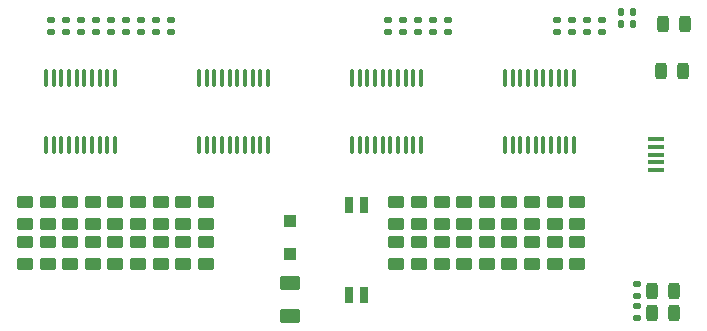
<source format=gtp>
G04 #@! TF.GenerationSoftware,KiCad,Pcbnew,(6.0.4)*
G04 #@! TF.CreationDate,2022-08-06T16:26:02-05:00*
G04 #@! TF.ProjectId,rascsi_2p7,72617363-7369-45f3-9270-372e6b696361,rev?*
G04 #@! TF.SameCoordinates,Original*
G04 #@! TF.FileFunction,Paste,Top*
G04 #@! TF.FilePolarity,Positive*
%FSLAX46Y46*%
G04 Gerber Fmt 4.6, Leading zero omitted, Abs format (unit mm)*
G04 Created by KiCad (PCBNEW (6.0.4)) date 2022-08-06 16:26:02*
%MOMM*%
%LPD*%
G01*
G04 APERTURE LIST*
G04 Aperture macros list*
%AMRoundRect*
0 Rectangle with rounded corners*
0 $1 Rounding radius*
0 $2 $3 $4 $5 $6 $7 $8 $9 X,Y pos of 4 corners*
0 Add a 4 corners polygon primitive as box body*
4,1,4,$2,$3,$4,$5,$6,$7,$8,$9,$2,$3,0*
0 Add four circle primitives for the rounded corners*
1,1,$1+$1,$2,$3*
1,1,$1+$1,$4,$5*
1,1,$1+$1,$6,$7*
1,1,$1+$1,$8,$9*
0 Add four rect primitives between the rounded corners*
20,1,$1+$1,$2,$3,$4,$5,0*
20,1,$1+$1,$4,$5,$6,$7,0*
20,1,$1+$1,$6,$7,$8,$9,0*
20,1,$1+$1,$8,$9,$2,$3,0*%
G04 Aperture macros list end*
%ADD10RoundRect,0.243750X0.243750X0.456250X-0.243750X0.456250X-0.243750X-0.456250X0.243750X-0.456250X0*%
%ADD11RoundRect,0.250000X-0.450000X0.262500X-0.450000X-0.262500X0.450000X-0.262500X0.450000X0.262500X0*%
%ADD12RoundRect,0.250000X-0.625000X0.375000X-0.625000X-0.375000X0.625000X-0.375000X0.625000X0.375000X0*%
%ADD13RoundRect,0.100000X0.100000X-0.637500X0.100000X0.637500X-0.100000X0.637500X-0.100000X-0.637500X0*%
%ADD14RoundRect,0.100000X-0.100000X0.637500X-0.100000X-0.637500X0.100000X-0.637500X0.100000X0.637500X0*%
%ADD15RoundRect,0.135000X-0.135000X-0.185000X0.135000X-0.185000X0.135000X0.185000X-0.135000X0.185000X0*%
%ADD16RoundRect,0.135000X-0.185000X0.135000X-0.185000X-0.135000X0.185000X-0.135000X0.185000X0.135000X0*%
%ADD17RoundRect,0.250000X0.450000X-0.262500X0.450000X0.262500X-0.450000X0.262500X-0.450000X-0.262500X0*%
%ADD18R,0.750000X1.425000*%
%ADD19R,1.100000X1.100000*%
%ADD20R,1.400000X0.400000*%
G04 APERTURE END LIST*
D10*
X236967000Y-74866500D03*
X235092000Y-74866500D03*
X237841000Y-50419000D03*
X235966000Y-50419000D03*
X237729000Y-54356000D03*
X235854000Y-54356000D03*
D11*
X221090000Y-65487500D03*
X221090000Y-67312500D03*
D12*
X204420000Y-72290000D03*
X204420000Y-75090000D03*
D13*
X196719000Y-60647500D03*
X197369000Y-60647500D03*
X198019000Y-60647500D03*
X198669000Y-60647500D03*
X199319000Y-60647500D03*
X199969000Y-60647500D03*
X200619000Y-60647500D03*
X201269000Y-60647500D03*
X201919000Y-60647500D03*
X202569000Y-60647500D03*
X202569000Y-54922500D03*
X201919000Y-54922500D03*
X201269000Y-54922500D03*
X200619000Y-54922500D03*
X199969000Y-54922500D03*
X199319000Y-54922500D03*
X198669000Y-54922500D03*
X198019000Y-54922500D03*
X197369000Y-54922500D03*
X196719000Y-54922500D03*
D14*
X215523000Y-54922500D03*
X214873000Y-54922500D03*
X214223000Y-54922500D03*
X213573000Y-54922500D03*
X212923000Y-54922500D03*
X212273000Y-54922500D03*
X211623000Y-54922500D03*
X210973000Y-54922500D03*
X210323000Y-54922500D03*
X209673000Y-54922500D03*
X209673000Y-60647500D03*
X210323000Y-60647500D03*
X210973000Y-60647500D03*
X211623000Y-60647500D03*
X212273000Y-60647500D03*
X212923000Y-60647500D03*
X213573000Y-60647500D03*
X214223000Y-60647500D03*
X214873000Y-60647500D03*
X215523000Y-60647500D03*
D15*
X232448500Y-49339500D03*
X233468500Y-49339500D03*
D16*
X233807000Y-74293000D03*
X233807000Y-75313000D03*
X227012500Y-50059000D03*
X227012500Y-51079000D03*
X228282500Y-50059000D03*
X228282500Y-51079000D03*
X229552500Y-50059000D03*
X229552500Y-51079000D03*
X212725000Y-50059000D03*
X212725000Y-51079000D03*
X215265000Y-50059000D03*
X215265000Y-51079000D03*
X216535000Y-50059000D03*
X216535000Y-51079000D03*
X217805000Y-50059000D03*
X217805000Y-51079000D03*
X185420000Y-50059000D03*
X185420000Y-51079000D03*
X186690000Y-50059000D03*
X186690000Y-51079000D03*
X190500000Y-50059000D03*
X190500000Y-51079000D03*
X191770000Y-50059000D03*
X191770000Y-51079000D03*
X193040000Y-50059000D03*
X193040000Y-51079000D03*
X194310000Y-50059000D03*
X194310000Y-51079000D03*
D11*
X223002500Y-65487500D03*
X223002500Y-67312500D03*
X224915000Y-65487500D03*
X224915000Y-67312500D03*
X226827500Y-65487500D03*
X226827500Y-67312500D03*
X228740000Y-65487500D03*
X228740000Y-67312500D03*
X213440000Y-65487500D03*
X213440000Y-67312500D03*
X215352500Y-65487500D03*
X215352500Y-67312500D03*
X217265000Y-65487500D03*
X217265000Y-67312500D03*
X219177500Y-65487500D03*
X219177500Y-67312500D03*
X185825000Y-65487500D03*
X185825000Y-67312500D03*
X187737500Y-65487500D03*
X187737500Y-67312500D03*
X189650000Y-65487500D03*
X189650000Y-67312500D03*
X191562500Y-65487500D03*
X191562500Y-67312500D03*
X193475000Y-65487500D03*
X193475000Y-67312500D03*
X195387500Y-65487500D03*
X195387500Y-67312500D03*
X197300000Y-65487500D03*
X197300000Y-67312500D03*
D17*
X223002500Y-70712500D03*
X223002500Y-68887500D03*
X224915000Y-70712500D03*
X224915000Y-68887500D03*
X226827500Y-70712500D03*
X226827500Y-68887500D03*
X228740000Y-70712500D03*
X228740000Y-68887500D03*
X213440000Y-70712500D03*
X213440000Y-68887500D03*
X215352500Y-70712500D03*
X215352500Y-68887500D03*
X217265000Y-70712500D03*
X217265000Y-68887500D03*
X219177500Y-70712500D03*
X219177500Y-68887500D03*
X221090000Y-70712500D03*
X221090000Y-68887500D03*
X182000000Y-70712500D03*
X182000000Y-68887500D03*
X183912500Y-70712500D03*
X183912500Y-68887500D03*
X185825000Y-70712500D03*
X185825000Y-68887500D03*
X187737500Y-70712500D03*
X187737500Y-68887500D03*
X189650000Y-70712500D03*
X189650000Y-68887500D03*
X191562500Y-70712500D03*
X191562500Y-68887500D03*
X193475000Y-70712500D03*
X193475000Y-68887500D03*
X195387500Y-70712500D03*
X195387500Y-68887500D03*
X197300000Y-70712500D03*
X197300000Y-68887500D03*
D16*
X189230000Y-50059000D03*
X189230000Y-51079000D03*
X184150000Y-50059000D03*
X184150000Y-51079000D03*
X187960000Y-50059000D03*
X187960000Y-51079000D03*
D11*
X182000000Y-65487500D03*
X182000000Y-67312500D03*
X183912500Y-65487500D03*
X183912500Y-67312500D03*
D14*
X228477000Y-54922500D03*
X227827000Y-54922500D03*
X227177000Y-54922500D03*
X226527000Y-54922500D03*
X225877000Y-54922500D03*
X225227000Y-54922500D03*
X224577000Y-54922500D03*
X223927000Y-54922500D03*
X223277000Y-54922500D03*
X222627000Y-54922500D03*
X222627000Y-60647500D03*
X223277000Y-60647500D03*
X223927000Y-60647500D03*
X224577000Y-60647500D03*
X225227000Y-60647500D03*
X225877000Y-60647500D03*
X226527000Y-60647500D03*
X227177000Y-60647500D03*
X227827000Y-60647500D03*
X228477000Y-60647500D03*
D16*
X233807000Y-72388000D03*
X233807000Y-73408000D03*
D18*
X210715000Y-65687500D03*
X209445000Y-65687500D03*
X209445000Y-73311500D03*
X210715000Y-73311500D03*
D19*
X204420000Y-69847500D03*
X204420000Y-67047500D03*
D13*
X183765000Y-60647500D03*
X184415000Y-60647500D03*
X185065000Y-60647500D03*
X185715000Y-60647500D03*
X186365000Y-60647500D03*
X187015000Y-60647500D03*
X187665000Y-60647500D03*
X188315000Y-60647500D03*
X188965000Y-60647500D03*
X189615000Y-60647500D03*
X189615000Y-54922500D03*
X188965000Y-54922500D03*
X188315000Y-54922500D03*
X187665000Y-54922500D03*
X187015000Y-54922500D03*
X186365000Y-54922500D03*
X185715000Y-54922500D03*
X185065000Y-54922500D03*
X184415000Y-54922500D03*
X183765000Y-54922500D03*
D10*
X236967000Y-72961500D03*
X235092000Y-72961500D03*
D15*
X232448500Y-50355500D03*
X233468500Y-50355500D03*
D20*
X235405000Y-62760000D03*
X235405000Y-62110000D03*
X235405000Y-61460000D03*
X235405000Y-60810000D03*
X235405000Y-60160000D03*
D16*
X230822500Y-50059000D03*
X230822500Y-51079000D03*
X213995000Y-50059000D03*
X213995000Y-51079000D03*
M02*

</source>
